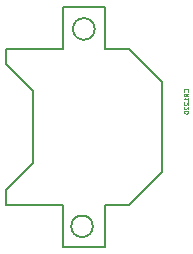
<source format=gbr>
G04 #@! TF.GenerationSoftware,KiCad,Pcbnew,5.0.1-33cea8e~68~ubuntu16.04.1*
G04 #@! TF.CreationDate,2018-10-29T00:19:41-07:00*
G04 #@! TF.ProjectId,integrated-board-design-2,696E74656772617465642D626F617264,rev?*
G04 #@! TF.SameCoordinates,Original*
G04 #@! TF.FileFunction,Other,Fab,Bot*
%FSLAX46Y46*%
G04 Gerber Fmt 4.6, Leading zero omitted, Abs format (unit mm)*
G04 Created by KiCad (PCBNEW 5.0.1-33cea8e~68~ubuntu16.04.1) date Mon 29 Oct 2018 12:19:41 AM PDT*
%MOMM*%
%LPD*%
G01*
G04 APERTURE LIST*
%ADD10C,0.203200*%
%ADD11C,0.040640*%
G04 APERTURE END LIST*
D10*
G04 #@! TO.C,B1*
X67448015Y-115260309D02*
X62622015Y-115260309D01*
X67448015Y-118816309D02*
X67448015Y-115260309D01*
X71004015Y-118816309D02*
X67448015Y-118816309D01*
X71004015Y-115260309D02*
X71004015Y-118816309D01*
X73036015Y-115260309D02*
X71004015Y-115260309D01*
X75830015Y-112466309D02*
X73036015Y-115260309D01*
X75830015Y-104846309D02*
X75830015Y-112466309D01*
X73036015Y-102052309D02*
X75830015Y-104846309D01*
X71004015Y-102052309D02*
X73036015Y-102052309D01*
X71004015Y-98496309D02*
X71004015Y-102052309D01*
X67448015Y-98496309D02*
X71004015Y-98496309D01*
X67448015Y-102052309D02*
X67448015Y-98496309D01*
X62622015Y-102052309D02*
X67448015Y-102052309D01*
X69987815Y-117081709D02*
G75*
G03X69987815Y-117081709I-915800J0D01*
G01*
X70141815Y-100376909D02*
G75*
G03X70141815Y-100376909I-915800J0D01*
G01*
X62622015Y-103322309D02*
X62622015Y-102052309D01*
X64908015Y-105608309D02*
X62622015Y-103322309D01*
X64908015Y-111704309D02*
X64908015Y-105608309D01*
X62622015Y-113990309D02*
X64908015Y-111704309D01*
X62622015Y-115260309D02*
X62622015Y-113990309D01*
G04 #@! TD*
G04 #@! TO.C,B1*
D11*
X78038860Y-105693265D02*
X78057245Y-105674881D01*
X78075630Y-105619726D01*
X78075630Y-105582957D01*
X78057245Y-105527803D01*
X78020475Y-105491033D01*
X77983706Y-105472648D01*
X77910167Y-105454264D01*
X77855013Y-105454264D01*
X77781474Y-105472648D01*
X77744704Y-105491033D01*
X77707935Y-105527803D01*
X77689550Y-105582957D01*
X77689550Y-105619726D01*
X77707935Y-105674881D01*
X77726319Y-105693265D01*
X78075630Y-106079345D02*
X77891782Y-105950652D01*
X78075630Y-105858728D02*
X77689550Y-105858728D01*
X77689550Y-106005806D01*
X77707935Y-106042576D01*
X77726319Y-106060961D01*
X77763089Y-106079345D01*
X77818243Y-106079345D01*
X77855013Y-106060961D01*
X77873397Y-106042576D01*
X77891782Y-106005806D01*
X77891782Y-105858728D01*
X78075630Y-106447041D02*
X78075630Y-106226424D01*
X78075630Y-106336732D02*
X77689550Y-106336732D01*
X77744704Y-106299963D01*
X77781474Y-106263193D01*
X77799858Y-106226424D01*
X77726319Y-106594119D02*
X77707935Y-106612504D01*
X77689550Y-106649273D01*
X77689550Y-106741197D01*
X77707935Y-106777966D01*
X77726319Y-106796351D01*
X77763089Y-106814736D01*
X77799858Y-106814736D01*
X77855013Y-106796351D01*
X78075630Y-106575734D01*
X78075630Y-106814736D01*
X77726319Y-106961814D02*
X77707935Y-106980199D01*
X77689550Y-107016968D01*
X77689550Y-107108892D01*
X77707935Y-107145662D01*
X77726319Y-107164046D01*
X77763089Y-107182431D01*
X77799858Y-107182431D01*
X77855013Y-107164046D01*
X78075630Y-106943429D01*
X78075630Y-107182431D01*
X77689550Y-107421433D02*
X77689550Y-107458203D01*
X77707935Y-107494972D01*
X77726319Y-107513357D01*
X77763089Y-107531742D01*
X77836628Y-107550126D01*
X77928552Y-107550126D01*
X78002091Y-107531742D01*
X78038860Y-107513357D01*
X78057245Y-107494972D01*
X78075630Y-107458203D01*
X78075630Y-107421433D01*
X78057245Y-107384664D01*
X78038860Y-107366279D01*
X78002091Y-107347894D01*
X77928552Y-107329509D01*
X77836628Y-107329509D01*
X77763089Y-107347894D01*
X77726319Y-107366279D01*
X77707935Y-107384664D01*
X77689550Y-107421433D01*
G04 #@! TD*
M02*

</source>
